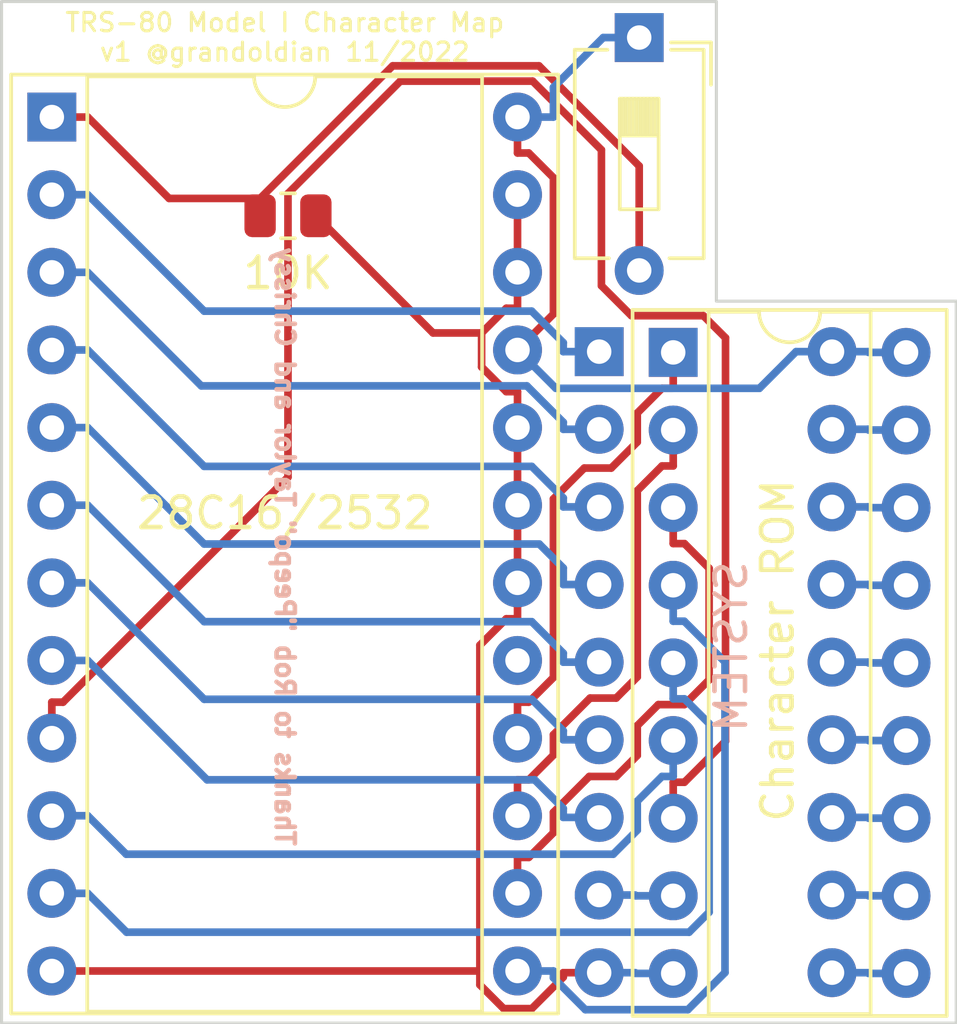
<source format=kicad_pcb>
(kicad_pcb (version 20211014) (generator pcbnew)
  (layers (0 "F.Cu" signal) (31 "B.Cu" signal) (34 "B.Paste" user) (35 "F.Paste" user) (36 "B.SilkS" user "B.Silkscreen") (37 "F.SilkS" user "F.Silkscreen") (38 "B.Mask" user) (39 "F.Mask" user) (44 "Edge.Cuts" user))
  (net 0 "")
  (net 1 "/I6")
  (net 2 "RS2")
  (net 3 "/I5")
  (net 4 "RS1")
  (net 5 "/I4")
  (net 6 "/O0")
  (net 7 "/I3")
  (net 8 "/O1")
  (net 9 "/I2")
  (net 10 "/O2")
  (net 11 "/I1")
  (net 12 "/O3")
  (net 13 "/I0")
  (net 14 "/O4")
  (net 15 "RS3")
  (net 16 "CS")
  (net 17 "GND")
  (net 18 "5V")
  (net 19 "Net-(U1-Pad13)")
  (net 20 "Net-(U1-Pad14)")
  (net 21 "Net-(U1-Pad15)")
  (net 22 "Net-(U1-Pad16)")
  (net 24 "Net-(U1-Pad9)")
  (net 25 "Net-(U1-Pad10)")
  (net 26 "Net-(U1-Pad11)")
  (net 27 "Net-(R1-Pad2)")
  (footprint "TRS80ICHARMAP:CHARPLUG" (layer "F.Cu") (at 83.693 52.197)
    (fp_text reference "J1" hide)
    (fp_text value "SYSTEM" (at 4.318 9.652 90) (layer "B.SilkS") (effects (justify mirror)))
    (pad "1" thru_hole rect (at 0 0) (size 1.6 1.6) (drill 0.8) (layers *.Cu *.Mask) (net 1 "/I6"))
    (pad "2" thru_hole oval (at 0 2.54) (size 1.6 1.6) (drill 0.8) (layers *.Cu *.Mask) (net 3 "/I5"))
    (pad "3" thru_hole oval (at 0 5.08) (size 1.6 1.6) (drill 0.8) (layers *.Cu *.Mask) (net 5 "/I4"))
    (pad "4" thru_hole oval (at 0 7.62) (size 1.6 1.6) (drill 0.8) (layers *.Cu *.Mask) (net 7 "/I3"))
    (pad "5" thru_hole oval (at 0 10.16) (size 1.6 1.6) (drill 0.8) (layers *.Cu *.Mask) (net 9 "/I2"))
    (pad "6" thru_hole oval (at 0 12.7) (size 1.6 1.6) (drill 0.8) (layers *.Cu *.Mask) (net 11 "/I1"))
    (pad "7" thru_hole oval (at 0 15.24) (size 1.6 1.6) (drill 0.8) (layers *.Cu *.Mask) (net 13 "/I0"))
    (pad "8" thru_hole oval (at 0 17.78) (size 1.6 1.6) (drill 0.8) (layers *.Cu *.Mask) (net 15 "RS3"))
    (pad "9" thru_hole oval (at 0 20.32) (size 1.6 1.6) (drill 0.8) (layers *.Cu *.Mask) (net 17 "GND"))
    (pad "10" thru_hole oval (at 7.62 20.32) (size 1.6 1.6) (drill 0.8) (layers *.Cu *.Mask) (net 2 "RS2"))
    (pad "11" thru_hole oval (at 7.62 17.78) (size 1.6 1.6) (drill 0.8) (layers *.Cu *.Mask) (net 4 "RS1"))
    (pad "12" thru_hole oval (at 7.62 15.24) (size 1.6 1.6) (drill 0.8) (layers *.Cu *.Mask) (net 6 "/O0"))
    (pad "13" thru_hole oval (at 7.62 12.7) (size 1.6 1.6) (drill 0.8) (layers *.Cu *.Mask) (net 8 "/O1"))
    (pad "14" thru_hole oval (at 7.62 10.16) (size 1.6 1.6) (drill 0.8) (layers *.Cu *.Mask) (net 10 "/O2"))
    (pad "15" thru_hole oval (at 7.62 7.62) (size 1.6 1.6) (drill 0.8) (layers *.Cu *.Mask) (net 12 "/O3"))
    (pad "16" thru_hole oval (at 7.62 5.08) (size 1.6 1.6) (drill 0.8) (layers *.Cu *.Mask) (net 14 "/O4"))
    (pad "17" thru_hole oval (at 7.62 2.54) (size 1.6 1.6) (drill 0.8) (layers *.Cu *.Mask) (net 16 "CS"))
    (pad "18" thru_hole oval (at 7.62 0) (size 1.6 1.6) (drill 0.8) (layers *.Cu *.Mask) (net 18 "5V"))
  )
  (footprint "Resistor_SMD:R_0805_2012Metric" (layer "F.Cu") (at 73.5095 47.752 180)
    (fp_text reference "R1" hide)
    (fp_text value "10K" (at 0 -1.8796) (layer "F.SilkS"))
    (fp_line (start -0.227064 -0.735) (end 0.227064 -0.735) (layer "F.SilkS") (width 0.12))
    (fp_line (start -0.227064 0.735) (end 0.227064 0.735) (layer "F.SilkS") (width 0.12))
    (pad "1" smd roundrect locked (at -0.9125 0 180) (size 1.025 1.4) (layers "F.Cu" "F.Paste" "F.Mask") (roundrect_rratio 0.243902439) (net 17 "GND"))
    (pad "2" smd roundrect locked (at 0.9125 0 180) (size 1.025 1.4) (layers "F.Cu" "F.Paste" "F.Mask") (roundrect_rratio 0.243902439) (net 27 "Net-(R1-Pad2)"))
  )
  (footprint "Button_Switch_THT:SW_DIP_SPSTx01_Slide_6.7x4.1mm_W7.62mm_P2.54mm_LowProfile" (layer "F.Cu") (at 85.003 41.92 -90)
    (fp_text reference "SW1" hide)
    (fp_text value "Map Select" hide)
    (fp_line (start 2 0.205) (end 3.206667 0.205) (layer "F.SilkS") (width 0.12))
    (fp_line (start 2 0.085) (end 3.206667 0.085) (layer "F.SilkS") (width 0.12))
    (fp_line (start 2 -0.515) (end 3.206667 -0.515) (layer "F.SilkS") (width 0.12))
    (fp_line (start 7.221 0.99) (end 7.221 2.11) (layer "F.SilkS") (width 0.12))
    (fp_line (start 0.4 2.11) (end 7.221 2.11) (layer "F.SilkS") (width 0.12))
    (fp_line (start 0.4 -2.11) (end 7.221 -2.11) (layer "F.SilkS") (width 0.12))
    (fp_line (start 2 0.325) (end 3.206667 0.325) (layer "F.SilkS") (width 0.12))
    (fp_line (start 3.206667 -0.635) (end 3.206667 0.635) (layer "F.SilkS") (width 0.12))
    (fp_line (start 7.221 -2.11) (end 7.221 -0.99) (layer "F.SilkS") (width 0.12))
    (fp_line (start 5.62 -0.635) (end 2 -0.635) (layer "F.SilkS") (width 0.12))
    (fp_line (start 0.16 -2.35) (end 0.16 -1.04) (layer "F.SilkS") (width 0.12))
    (fp_line (start 2 -0.635) (end 2 0.635) (layer "F.SilkS") (width 0.12))
    (fp_line (start 2 0.565) (end 3.206667 0.565) (layer "F.SilkS") (width 0.12))
    (fp_line (start 5.62 0.635) (end 5.62 -0.635) (layer "F.SilkS") (width 0.12))
    (fp_line (start 0.16 -2.35) (end 1.543 -2.35) (layer "F.SilkS") (width 0.12))
    (fp_line (start 2 -0.395) (end 3.206667 -0.395) (layer "F.SilkS") (width 0.12))
    (fp_line (start 2 -0.275) (end 3.206667 -0.275) (layer "F.SilkS") (width 0.12))
    (fp_line (start 2 -0.155) (end 3.206667 -0.155) (layer "F.SilkS") (width 0.12))
    (fp_line (start 2 -0.035) (end 3.206667 -0.035) (layer "F.SilkS") (width 0.12))
    (fp_line (start 2 0.445) (end 3.206667 0.445) (layer "F.SilkS") (width 0.12))
    (fp_line (start 0.4 1.04) (end 0.4 2.11) (layer "F.SilkS") (width 0.12))
    (fp_line (start 2 0.635) (end 5.62 0.635) (layer "F.SilkS") (width 0.12))
    (fp_line (start 0.4 -2.11) (end 0.4 -1.04) (layer "F.SilkS") (width 0.12))
    (pad "1" thru_hole rect locked (at 0 0 270) (size 1.6 1.6) (drill 0.8) (layers *.Cu *.Mask) (net 18 "5V"))
    (pad "2" thru_hole oval locked (at 7.62 0 270) (size 1.6 1.6) (drill 0.8) (layers *.Cu *.Mask) (net 27 "Net-(R1-Pad2)"))
  )
  (footprint "Package_DIP:DIP-24_W15.24mm_Socket" (layer "F.Cu") (at 65.781 44.522)
    (fp_text reference "U1" hide)
    (fp_text value "28C16/2532" (at 7.625 12.959) (layer "F.SilkS"))
    (fp_line (start -1.33 -1.39) (end -1.33 29.33) (layer "F.SilkS") (width 0.12))
    (fp_line (start -1.33 29.33) (end 16.57 29.33) (layer "F.SilkS") (width 0.12))
    (fp_line (start 1.16 -1.33) (end 1.16 29.27) (layer "F.SilkS") (width 0.12))
    (fp_line (start 16.57 -1.39) (end -1.33 -1.39) (layer "F.SilkS") (width 0.12))
    (fp_line (start 6.62 -1.33) (end 1.16 -1.33) (layer "F.SilkS") (width 0.12))
    (fp_line (start 16.57 29.33) (end 16.57 -1.39) (layer "F.SilkS") (width 0.12))
    (fp_line (start 14.08 -1.33) (end 8.62 -1.33) (layer "F.SilkS") (width 0.12))
    (fp_line (start 14.08 29.27) (end 14.08 -1.33) (layer "F.SilkS") (width 0.12))
    (fp_line (start 1.16 29.27) (end 14.08 29.27) (layer "F.SilkS") (width 0.12))
    (fp_arc (start 8.62 -1.33) (mid 7.62 -0.33) (end 6.62 -1.33) (layer "F.SilkS") (width 0.12))
    (pad "1" thru_hole rect locked (at 0 0) (size 1.6 1.6) (drill 0.8) (layers *.Cu *.Mask) (net 27 "Net-(R1-Pad2)"))
    (pad "2" thru_hole oval locked (at 0 2.54) (size 1.6 1.6) (drill 0.8) (layers *.Cu *.Mask) (net 1 "/I6"))
    (pad "3" thru_hole oval locked (at 0 5.08) (size 1.6 1.6) (drill 0.8) (layers *.Cu *.Mask) (net 3 "/I5"))
    (pad "4" thru_hole oval locked (at 0 7.62) (size 1.6 1.6) (drill 0.8) (layers *.Cu *.Mask) (net 5 "/I4"))
    (pad "5" thru_hole oval locked (at 0 10.16) (size 1.6 1.6) (drill 0.8) (layers *.Cu *.Mask) (net 7 "/I3"))
    (pad "6" thru_hole oval locked (at 0 12.7) (size 1.6 1.6) (drill 0.8) (layers *.Cu *.Mask) (net 9 "/I2"))
    (pad "7" thru_hole oval locked (at 0 15.24) (size 1.6 1.6) (drill 0.8) (layers *.Cu *.Mask) (net 11 "/I1"))
    (pad "8" thru_hole oval locked (at 0 17.78) (size 1.6 1.6) (drill 0.8) (layers *.Cu *.Mask) (net 13 "/I0"))
    (pad "9" thru_hole oval locked (at 0 20.32) (size 1.6 1.6) (drill 0.8) (layers *.Cu *.Mask) (net 24 "Net-(U1-Pad9)"))
    (pad "10" thru_hole oval locked (at 0 22.86) (size 1.6 1.6) (drill 0.8) (layers *.Cu *.Mask) (net 25 "Net-(U1-Pad10)"))
    (pad "11" thru_hole oval locked (at 0 25.4) (size 1.6 1.6) (drill 0.8) (layers *.Cu *.Mask) (net 26 "Net-(U1-Pad11)"))
    (pad "12" thru_hole oval locked (at 0 27.94) (size 1.6 1.6) (drill 0.8) (layers *.Cu *.Mask) (net 17 "GND"))
    (pad "13" thru_hole oval locked (at 15.24 27.94) (size 1.6 1.6) (drill 0.8) (layers *.Cu *.Mask) (net 19 "Net-(U1-Pad13)"))
    (pad "14" thru_hole oval locked (at 15.24 25.4) (size 1.6 1.6) (drill 0.8) (layers *.Cu *.Mask) (net 20 "Net-(U1-Pad14)"))
    (pad "15" thru_hole oval locked (at 15.24 22.86) (size 1.6 1.6) (drill 0.8) (layers *.Cu *.Mask) (net 21 "Net-(U1-Pad15)"))
    (pad "16" thru_hole oval locked (at 15.24 20.32) (size 1.6 1.6) (drill 0.8) (layers *.Cu *.Mask) (net 22 "Net-(U1-Pad16)"))
    (pad "17" thru_hole oval locked (at 15.24 17.78) (size 1.6 1.6) (drill 0.8) (layers *.Cu *.Mask))
    (pad "18" thru_hole oval locked (at 15.24 15.24) (size 1.6 1.6) (drill 0.8) (layers *.Cu *.Mask) (net 17 "GND"))
    (pad "19" thru_hole oval locked (at 15.24 12.7) (size 1.6 1.6) (drill 0.8) (layers *.Cu *.Mask) (net 17 "GND"))
    (pad "20" thru_hole oval locked (at 15.24 10.16) (size 1.6 1.6) (drill 0.8) (layers *.Cu *.Mask) (net 17 "GND"))
    (pad "21" thru_hole oval locked (at 15.24 7.62) (size 1.6 1.6) (drill 0.8) (layers *.Cu *.Mask) (net 18 "5V"))
    (pad "22" thru_hole oval locked (at 15.24 5.08) (size 1.6 1.6) (drill 0.8) (layers *.Cu *.Mask) (net 17 "GND"))
    (pad "23" thru_hole oval locked (at 15.24 2.54) (size 1.6 1.6) (drill 0.8) (layers *.Cu *.Mask) (net 17 "GND"))
    (pad "24" thru_hole oval locked (at 15.24 0) (size 1.6 1.6) (drill 0.8) (layers *.Cu *.Mask) (net 18 "5V"))
  )
  (footprint "Package_DIP:DIP-18_W7.62mm_Socket" (layer "F.Cu") (at 86.116 52.222)
    (fp_text reference "U2" hide)
    (fp_text value "Character ROM" (at 3.419 9.754 90) (layer "F.SilkS"))
    (fp_line (start -1.33 21.71) (end 8.95 21.71) (layer "F.SilkS") (width 0.12))
    (fp_line (start 1.16 21.65) (end 6.46 21.65) (layer "F.SilkS") (width 0.12))
    (fp_line (start 2.81 -1.33) (end 1.16 -1.33) (layer "F.SilkS") (width 0.12))
    (fp_line (start 8.95 -1.39) (end -1.33 -1.39) (layer "F.SilkS") (width 0.12))
    (fp_line (start 6.46 21.65) (end 6.46 -1.33) (layer "F.SilkS") (width 0.12))
    (fp_line (start 1.16 -1.33) (end 1.16 21.65) (layer "F.SilkS") (width 0.12))
    (fp_line (start 6.46 -1.33) (end 4.81 -1.33) (layer "F.SilkS") (width 0.12))
    (fp_line (start 8.95 21.71) (end 8.95 -1.39) (layer "F.SilkS") (width 0.12))
    (fp_line (start -1.33 -1.39) (end -1.33 21.71) (layer "F.SilkS") (width 0.12))
    (fp_arc (start 4.81 -1.33) (mid 3.81 -0.33) (end 2.81 -1.33) (layer "F.SilkS") (width 0.12))
    (pad "1" thru_hole rect locked (at 0 0) (size 1.6 1.6) (drill 0.8) (layers *.Cu *.Mask) (net 22 "Net-(U1-Pad16)"))
    (pad "2" thru_hole oval locked (at 0 2.54) (size 1.6 1.6) (drill 0.8) (layers *.Cu *.Mask) (net 21 "Net-(U1-Pad15)"))
    (pad "3" thru_hole oval locked (at 0 5.08) (size 1.6 1.6) (drill 0.8) (layers *.Cu *.Mask) (net 20 "Net-(U1-Pad14)"))
    (pad "4" thru_hole oval locked (at 0 7.62) (size 1.6 1.6) (drill 0.8) (layers *.Cu *.Mask) (net 19 "Net-(U1-Pad13)"))
    (pad "5" thru_hole oval locked (at 0 10.16) (size 1.6 1.6) (drill 0.8) (layers *.Cu *.Mask) (net 26 "Net-(U1-Pad11)"))
    (pad "6" thru_hole oval locked (at 0 12.7) (size 1.6 1.6) (drill 0.8) (layers *.Cu *.Mask) (net 25 "Net-(U1-Pad10)"))
    (pad "7" thru_hole oval locked (at 0 15.24) (size 1.6 1.6) (drill 0.8) (layers *.Cu *.Mask) (net 24 "Net-(U1-Pad9)"))
    (pad "8" thru_hole oval locked (at 0 17.78) (size 1.6 1.6) (drill 0.8) (layers *.Cu *.Mask) (net 15 "RS3"))
    (pad "9" thru_hole oval locked (at 0 20.32) (size 1.6 1.6) (drill 0.8) (layers *.Cu *.Mask) (net 17 "GND"))
    (pad "10" thru_hole oval locked (at 7.62 20.32) (size 1.6 1.6) (drill 0.8) (layers *.Cu *.Mask) (net 2 "RS2"))
    (pad "11" thru_hole oval locked (at 7.62 17.78) (size 1.6 1.6) (drill 0.8) (layers *.Cu *.Mask) (net 4 "RS1"))
    (pad "12" thru_hole oval locked (at 7.62 15.24) (size 1.6 1.6) (drill 0.8) (layers *.Cu *.Mask) (net 6 "/O0"))
    (pad "13" thru_hole oval locked (at 7.62 12.7) (size 1.6 1.6) (drill 0.8) (layers *.Cu *.Mask) (net 8 "/O1"))
    (pad "14" thru_hole oval locked (at 7.62 10.16) (size 1.6 1.6) (drill 0.8) (layers *.Cu *.Mask) (net 10 "/O2"))
    (pad "15" thru_hole oval locked (at 7.62 7.62) (size 1.6 1.6) (drill 0.8) (layers *.Cu *.Mask) (net 12 "/O3"))
    (pad "16" thru_hole oval locked (at 7.62 5.08) (size 1.6 1.6) (drill 0.8) (layers *.Cu *.Mask) (net 14 "/O4"))
    (pad "17" thru_hole oval locked (at 7.62 2.54) (size 1.6 1.6) (drill 0.8) (layers *.Cu *.Mask) (net 16 "CS"))
    (pad "18" thru_hole oval locked (at 7.62 0) (size 1.6 1.6) (drill 0.8) (layers *.Cu *.Mask) (net 18 "5V"))
  )
  (gr_poly (pts (xy 87.5284 50.546) (xy 95.377 50.546) (xy 95.377 74.168) (xy 64.135 74.168) (xy 64.135 40.7416) (xy 82.4992 40.7416) (xy 87.5284 40.7416)) (layer "Edge.Cuts") (width 0.1) (fill none))
  (gr_text "Thanks to Rob {dblquote}Peepo{dblquote} Taylor and Chrissy" (at 73.406 58.5724 270) (layer "B.SilkS") (effects (font (size 0.6 0.6)) (justify mirror)))
  (gr_text "TRS-80 Model I Character Map\nv1 @grandoldian 11/2022" (at 73.406 41.91) (layer "F.SilkS") (effects (font (size 0.6 0.6) (thickness 0.1))))
  (segment (start 81.4864 50.872) (end 70.7665 50.872) (width 0.25) (layer "B.Cu") (net 1))
  (segment (start 65.781 47.062) (end 66.9565 47.062) (width 0.25) (layer "B.Cu") (net 1))
  (segment (start 82.5175 52.197) (end 82.5175 51.9031) (width 0.25) (layer "B.Cu") (net 1))
  (segment (start 82.5175 51.9031) (end 81.4864 50.872) (width 0.25) (layer "B.Cu") (net 1))
  (segment (start 70.7665 50.872) (end 66.9565 47.062) (width 0.25) (layer "B.Cu") (net 1))
  (segment (start 83.693 52.197) (end 82.5175 52.197) (width 0.25) (layer "B.Cu") (net 1))
  (segment (start 92.5135 72.542) (end 92.4885 72.517) (width 0.25) (layer "B.Cu") (net 2))
  (segment (start 93.736 72.542) (end 92.5135 72.542) (width 0.25) (layer "B.Cu") (net 2))
  (segment (start 91.313 72.517) (end 92.4885 72.517) (width 0.25) (layer "B.Cu") (net 2))
  (segment (start 82.5175 54.5076) (end 82.5175 54.737) (width 0.25) (layer "B.Cu") (net 3))
  (segment (start 81.3275 53.3176) (end 82.5175 54.5076) (width 0.25) (layer "B.Cu") (net 3))
  (segment (start 83.693 54.737) (end 82.5175 54.737) (width 0.25) (layer "B.Cu") (net 3))
  (segment (start 65.781 49.602) (end 66.9565 49.602) (width 0.25) (layer "B.Cu") (net 3))
  (segment (start 66.9565 49.602) (end 70.6721 53.3176) (width 0.25) (layer "B.Cu") (net 3))
  (segment (start 70.6721 53.3176) (end 81.3275 53.3176) (width 0.25) (layer "B.Cu") (net 3))
  (segment (start 92.5135 70.002) (end 92.4885 69.977) (width 0.25) (layer "B.Cu") (net 4))
  (segment (start 93.736 70.002) (end 92.5135 70.002) (width 0.25) (layer "B.Cu") (net 4))
  (segment (start 91.313 69.977) (end 92.4885 69.977) (width 0.25) (layer "B.Cu") (net 4))
  (segment (start 82.5175 57.277) (end 82.5175 56.9831) (width 0.25) (layer "B.Cu") (net 5))
  (segment (start 82.5175 56.9831) (end 81.4864 55.952) (width 0.25) (layer "B.Cu") (net 5))
  (segment (start 81.4864 55.952) (end 70.7665 55.952) (width 0.25) (layer "B.Cu") (net 5))
  (segment (start 70.7665 55.952) (end 66.9565 52.142) (width 0.25) (layer "B.Cu") (net 5))
  (segment (start 83.693 57.277) (end 82.5175 57.277) (width 0.25) (layer "B.Cu") (net 5))
  (segment (start 65.781 52.142) (end 66.9565 52.142) (width 0.25) (layer "B.Cu") (net 5))
  (segment (start 92.5135 67.462) (end 92.4885 67.437) (width 0.25) (layer "B.Cu") (net 6))
  (segment (start 91.313 67.437) (end 92.4885 67.437) (width 0.25) (layer "B.Cu") (net 6))
  (segment (start 93.736 67.462) (end 92.5135 67.462) (width 0.25) (layer "B.Cu") (net 6))
  (segment (start 70.7665 58.492) (end 81.733 58.492) (width 0.25) (layer "B.Cu") (net 7))
  (segment (start 65.781 54.682) (end 66.9565 54.682) (width 0.25) (layer "B.Cu") (net 7))
  (segment (start 66.9565 54.682) (end 70.7665 58.492) (width 0.25) (layer "B.Cu") (net 7))
  (segment (start 82.5175 59.817) (end 83.693 59.817) (width 0.25) (layer "B.Cu") (net 7))
  (segment (start 82.5175 59.2765) (end 82.5175 59.817) (width 0.25) (layer "B.Cu") (net 7))
  (segment (start 81.733 58.492) (end 82.5175 59.2765) (width 0.25) (layer "B.Cu") (net 7))
  (segment (start 92.5135 64.922) (end 92.4885 64.897) (width 0.25) (layer "B.Cu") (net 8))
  (segment (start 93.736 64.922) (end 92.5135 64.922) (width 0.25) (layer "B.Cu") (net 8))
  (segment (start 91.313 64.897) (end 92.4885 64.897) (width 0.25) (layer "B.Cu") (net 8))
  (segment (start 82.5175 62.0631) (end 82.5175 62.357) (width 0.25) (layer "B.Cu") (net 9))
  (segment (start 83.693 62.357) (end 82.5175 62.357) (width 0.25) (layer "B.Cu") (net 9))
  (segment (start 66.9565 57.222) (end 70.7665 61.032) (width 0.25) (layer "B.Cu") (net 9))
  (segment (start 70.7665 61.032) (end 81.4864 61.032) (width 0.25) (layer "B.Cu") (net 9))
  (segment (start 65.781 57.222) (end 66.9565 57.222) (width 0.25) (layer "B.Cu") (net 9))
  (segment (start 81.4864 61.032) (end 82.5175 62.0631) (width 0.25) (layer "B.Cu") (net 9))
  (segment (start 93.736 62.382) (end 92.5135 62.382) (width 0.25) (layer "B.Cu") (net 10))
  (segment (start 92.5135 62.382) (end 92.4885 62.357) (width 0.25) (layer "B.Cu") (net 10))
  (segment (start 91.313 62.357) (end 92.4885 62.357) (width 0.25) (layer "B.Cu") (net 10))
  (segment (start 83.693 64.897) (end 82.5175 64.897) (width 0.25) (layer "B.Cu") (net 11))
  (segment (start 70.7665 63.572) (end 66.9565 59.762) (width 0.25) (layer "B.Cu") (net 11))
  (segment (start 65.781 59.762) (end 66.9565 59.762) (width 0.25) (layer "B.Cu") (net 11))
  (segment (start 82.5175 64.6031) (end 81.4864 63.572) (width 0.25) (layer "B.Cu") (net 11))
  (segment (start 81.4864 63.572) (end 70.7665 63.572) (width 0.25) (layer "B.Cu") (net 11))
  (segment (start 82.5175 64.897) (end 82.5175 64.6031) (width 0.25) (layer "B.Cu") (net 11))
  (segment (start 91.313 59.817) (end 92.4885 59.817) (width 0.25) (layer "B.Cu") (net 12))
  (segment (start 93.736 59.842) (end 92.5135 59.842) (width 0.25) (layer "B.Cu") (net 12))
  (segment (start 92.5135 59.842) (end 92.4885 59.817) (width 0.25) (layer "B.Cu") (net 12))
  (segment (start 83.693 67.437) (end 82.5175 67.437) (width 0.25) (layer "B.Cu") (net 13))
  (segment (start 65.781 62.302) (end 66.9565 62.302) (width 0.25) (layer "B.Cu") (net 13))
  (segment (start 70.861 66.2065) (end 81.5809 66.2065) (width 0.25) (layer "B.Cu") (net 13))
  (segment (start 66.9565 62.302) (end 70.861 66.2065) (width 0.25) (layer "B.Cu") (net 13))
  (segment (start 82.5175 67.1431) (end 82.5175 67.437) (width 0.25) (layer "B.Cu") (net 13))
  (segment (start 81.5809 66.2065) (end 82.5175 67.1431) (width 0.25) (layer "B.Cu") (net 13))
  (segment (start 92.5135 57.302) (end 92.4885 57.277) (width 0.25) (layer "B.Cu") (net 14))
  (segment (start 93.736 57.302) (end 92.5135 57.302) (width 0.25) (layer "B.Cu") (net 14))
  (segment (start 91.313 57.277) (end 92.4885 57.277) (width 0.25) (layer "B.Cu") (net 14))
  (segment (start 84.8935 70.002) (end 84.8685 69.977) (width 0.25) (layer "B.Cu") (net 15))
  (segment (start 83.693 69.977) (end 84.8685 69.977) (width 0.25) (layer "B.Cu") (net 15))
  (segment (start 86.116 70.002) (end 84.8935 70.002) (width 0.25) (layer "B.Cu") (net 15))
  (segment (start 93.736 54.762) (end 92.5135 54.762) (width 0.25) (layer "B.Cu") (net 16))
  (segment (start 91.313 54.737) (end 92.4885 54.737) (width 0.25) (layer "B.Cu") (net 16))
  (segment (start 92.5135 54.762) (end 92.4885 54.737) (width 0.25) (layer "B.Cu") (net 16))
  (segment (start 81.021 49.602) (end 81.021 50.7775) (width 0.25) (layer "F.Cu") (net 17))
  (segment (start 79.7895 72.462) (end 79.7895 72.9152) (width 0.25) (layer "F.Cu") (net 17))
  (segment (start 81.021 54.682) (end 81.021 57.222) (width 0.25) (layer "F.Cu") (net 17))
  (segment (start 79.8455 51.5856) (end 78.2556 51.5856) (width 0.25) (layer "F.Cu") (net 17))
  (segment (start 81.021 57.222) (end 81.021 59.762) (width 0.25) (layer "F.Cu") (net 17))
  (segment (start 80.6536 53.5065) (end 79.8455 52.6984) (width 0.25) (layer "F.Cu") (net 17))
  (segment (start 81.021 59.762) (end 81.021 60.9375) (width 0.25) (layer "F.Cu") (net 17))
  (segment (start 81.4891 73.6925) (end 82.5175 72.6641) (width 0.25) (layer "F.Cu") (net 17))
  (segment (start 81.021 53.5065) (end 80.6536 53.5065) (width 0.25) (layer "F.Cu") (net 17))
  (segment (start 79.7895 72.462) (end 66.9565 72.462) (width 0.25) (layer "F.Cu") (net 17))
  (segment (start 80.6536 50.7775) (end 81.021 50.7775) (width 0.25) (layer "F.Cu") (net 17))
  (segment (start 80.5668 73.6925) (end 81.4891 73.6925) (width 0.25) (layer "F.Cu") (net 17))
  (segment (start 79.8455 52.6984) (end 79.8455 51.5856) (width 0.25) (layer "F.Cu") (net 17))
  (segment (start 82.5175 72.6641) (end 82.5175 72.517) (width 0.25) (layer "F.Cu") (net 17))
  (segment (start 81.021 54.682) (end 81.021 53.5065) (width 0.25) (layer "F.Cu") (net 17))
  (segment (start 81.021 47.062) (end 81.021 49.602) (width 0.25) (layer "F.Cu") (net 17))
  (segment (start 83.693 72.517) (end 82.5175 72.517) (width 0.25) (layer "F.Cu") (net 17))
  (segment (start 78.2556 51.5856) (end 74.422 47.752) (width 0.25) (layer "F.Cu") (net 17))
  (segment (start 79.7895 72.9152) (end 80.5668 73.6925) (width 0.25) (layer "F.Cu") (net 17))
  (segment (start 80.6537 60.9375) (end 79.7895 61.8017) (width 0.25) (layer "F.Cu") (net 17))
  (segment (start 79.8455 51.5856) (end 80.6536 50.7775) (width 0.25) (layer "F.Cu") (net 17))
  (segment (start 81.021 60.9375) (end 80.6537 60.9375) (width 0.25) (layer "F.Cu") (net 17))
  (segment (start 65.781 72.462) (end 66.9565 72.462) (width 0.25) (layer "F.Cu") (net 17))
  (segment (start 79.7895 61.8017) (end 79.7895 72.462) (width 0.25) (layer "F.Cu") (net 17))
  (segment (start 84.8935 72.542) (end 84.8685 72.517) (width 0.25) (layer "B.Cu") (net 17))
  (segment (start 86.116 72.542) (end 84.8935 72.542) (width 0.25) (layer "B.Cu") (net 17))
  (segment (start 83.693 72.517) (end 84.8685 72.517) (width 0.25) (layer "B.Cu") (net 17))
  (segment (start 82.1965 50.9665) (end 82.1965 46.5056) (width 0.25) (layer "F.Cu") (net 18))
  (segment (start 81.021 52.142) (end 82.1965 50.9665) (width 0.25) (layer "F.Cu") (net 18))
  (segment (start 82.1965 46.5056) (end 81.3884 45.6975) (width 0.25) (layer "F.Cu") (net 18))
  (segment (start 81.021 44.522) (end 81.021 45.6975) (width 0.25) (layer "F.Cu") (net 18))
  (segment (start 81.3884 45.6975) (end 81.021 45.6975) (width 0.25) (layer "F.Cu") (net 18))
  (segment (start 81.021 52.142) (end 82.2766 53.3976) (width 0.25) (layer "B.Cu") (net 18))
  (segment (start 85.003 41.92) (end 83.8275 41.92) (width 0.25) (layer "B.Cu") (net 18))
  (segment (start 91.313 52.197) (end 90.1375 52.197) (width 0.25) (layer "B.Cu") (net 18))
  (segment (start 92.5135 52.222) (end 92.4885 52.197) (width 0.25) (layer "B.Cu") (net 18))
  (segment (start 88.9369 53.3976) (end 90.1375 52.197) (width 0.25) (layer "B.Cu") (net 18))
  (segment (start 82.1965 44.522) (end 82.1965 43.551) (width 0.25) (layer "B.Cu") (net 18))
  (segment (start 91.313 52.197) (end 92.4885 52.197) (width 0.25) (layer "B.Cu") (net 18))
  (segment (start 82.1965 43.551) (end 83.8275 41.92) (width 0.25) (layer "B.Cu") (net 18))
  (segment (start 93.736 52.222) (end 92.5135 52.222) (width 0.25) (layer "B.Cu") (net 18))
  (segment (start 82.2766 53.3976) (end 88.9369 53.3976) (width 0.25) (layer "B.Cu") (net 18))
  (segment (start 81.021 44.522) (end 82.1965 44.522) (width 0.25) (layer "B.Cu") (net 18))
  (segment (start 86.5966 73.7277) (end 87.8104 72.5139) (width 0.25) (layer "B.Cu") (net 19))
  (segment (start 86.4766 61.0175) (end 86.116 61.0175) (width 0.25) (layer "B.Cu") (net 19))
  (segment (start 87.8104 72.5139) (end 87.8104 62.3513) (width 0.25) (layer "B.Cu") (net 19))
  (segment (start 82.1965 72.6834) (end 83.2408 73.7277) (width 0.25) (layer "B.Cu") (net 19))
  (segment (start 86.116 59.842) (end 86.116 61.0175) (width 0.25) (layer "B.Cu") (net 19))
  (segment (start 82.1965 72.462) (end 82.1965 72.6834) (width 0.25) (layer "B.Cu") (net 19))
  (segment (start 87.8104 62.3513) (end 86.4766 61.0175) (width 0.25) (layer "B.Cu") (net 19))
  (segment (start 81.021 72.462) (end 82.1965 72.462) (width 0.25) (layer "B.Cu") (net 19))
  (segment (start 83.2408 73.7277) (end 86.5966 73.7277) (width 0.25) (layer "B.Cu") (net 19))
  (segment (start 87.2915 59.2856) (end 87.2915 62.9364) (width 0.25) (layer "F.Cu") (net 20))
  (segment (start 84.9405 65.4093) (end 84.2523 66.0975) (width 0.25) (layer "F.Cu") (net 20))
  (segment (start 84.2523 66.0975) (end 83.3699 66.0975) (width 0.25) (layer "F.Cu") (net 20))
  (segment (start 85.629 63.7465) (end 84.9405 64.435) (width 0.25) (layer "F.Cu") (net 20))
  (segment (start 87.2915 62.9364) (end 86.4814 63.7465) (width 0.25) (layer "F.Cu") (net 20))
  (segment (start 82.1965 67.2709) (end 82.1965 67.9384) (width 0.25) (layer "F.Cu") (net 20))
  (segment (start 86.4834 58.4775) (end 87.2915 59.2856) (width 0.25) (layer "F.Cu") (net 20))
  (segment (start 81.021 69.922) (end 81.021 68.7465) (width 0.25) (layer "F.Cu") (net 20))
  (segment (start 86.116 57.302) (end 86.116 58.4775) (width 0.25) (layer "F.Cu") (net 20))
  (segment (start 82.1965 67.9384) (end 81.3884 68.7465) (width 0.25) (layer "F.Cu") (net 20))
  (segment (start 84.9405 64.435) (end 84.9405 65.4093) (width 0.25) (layer "F.Cu") (net 20))
  (segment (start 81.3884 68.7465) (end 81.021 68.7465) (width 0.25) (layer "F.Cu") (net 20))
  (segment (start 86.116 58.4775) (end 86.4834 58.4775) (width 0.25) (layer "F.Cu") (net 20))
  (segment (start 86.4814 63.7465) (end 85.629 63.7465) (width 0.25) (layer "F.Cu") (net 20))
  (segment (start 83.3699 66.0975) (end 82.1965 67.2709) (width 0.25) (layer "F.Cu") (net 20))
  (segment (start 86.116 54.762) (end 86.116 55.9375) (width 0.25) (layer "F.Cu") (net 21))
  (segment (start 82.1965 65.3984) (end 81.3884 66.2065) (width 0.25) (layer "F.Cu") (net 21))
  (segment (start 85.7486 55.9375) (end 84.9405 56.7456) (width 0.25) (layer "F.Cu") (net 21))
  (segment (start 84.9405 62.8411) (end 84.249 63.5326) (width 0.25) (layer "F.Cu") (net 21))
  (segment (start 81.021 67.382) (end 81.021 66.2065) (width 0.25) (layer "F.Cu") (net 21))
  (segment (start 83.3948 63.5326) (end 82.1965 64.7309) (width 0.25) (layer "F.Cu") (net 21))
  (segment (start 82.1965 64.7309) (end 82.1965 65.3984) (width 0.25) (layer "F.Cu") (net 21))
  (segment (start 86.116 55.9375) (end 85.7486 55.9375) (width 0.25) (layer "F.Cu") (net 21))
  (segment (start 84.9405 56.7456) (end 84.9405 62.8411) (width 0.25) (layer "F.Cu") (net 21))
  (segment (start 84.249 63.5326) (end 83.3948 63.5326) (width 0.25) (layer "F.Cu") (net 21))
  (segment (start 81.3884 66.2065) (end 81.021 66.2065) (width 0.25) (layer "F.Cu") (net 21))
  (segment (start 84.9405 55.1538) (end 84.0873 56.007) (width 0.25) (layer "F.Cu") (net 22))
  (segment (start 83.2042 56.007) (end 82.1965 57.0147) (width 0.25) (layer "F.Cu") (net 22))
  (segment (start 81.021 64.842) (end 81.021 63.6665) (width 0.25) (layer "F.Cu") (net 22))
  (segment (start 86.116 52.222) (end 86.116 53.3975) (width 0.25) (layer "F.Cu") (net 22))
  (segment (start 82.1965 57.0147) (end 82.1965 62.8584) (width 0.25) (layer "F.Cu") (net 22))
  (segment (start 85.7486 53.3975) (end 84.9405 54.2056) (width 0.25) (layer "F.Cu") (net 22))
  (segment (start 84.9405 54.2056) (end 84.9405 55.1538) (width 0.25) (layer "F.Cu") (net 22))
  (segment (start 86.116 53.3975) (end 85.7486 53.3975) (width 0.25) (layer "F.Cu") (net 22))
  (segment (start 84.0873 56.007) (end 83.2042 56.007) (width 0.25) (layer "F.Cu") (net 22))
  (segment (start 82.1965 62.8584) (end 81.3884 63.6665) (width 0.25) (layer "F.Cu") (net 22))
  (segment (start 81.3884 63.6665) (end 81.021 63.6665) (width 0.25) (layer "F.Cu") (net 22))
  (segment (start 87.1035 51.0214) (end 87.8278 51.7457) (width 0.25) (layer "F.Cu") (net 24))
  (segment (start 86.4833 66.2865) (end 86.116 66.2865) (width 0.25) (layer "F.Cu") (net 24))
  (segment (start 83.7668 50.0395) (end 84.7487 51.0214) (width 0.25) (layer "F.Cu") (net 24))
  (segment (start 87.8278 51.7457) (end 87.8278 64.942) (width 0.25) (layer "F.Cu") (net 24))
  (segment (start 86.116 67.462) (end 86.116 66.2865) (width 0.25) (layer "F.Cu") (net 24))
  (segment (start 66.1483 63.6665) (end 73.5095 56.3053) (width 0.25) (layer "F.Cu") (net 24))
  (segment (start 65.781 64.842) (end 65.781 63.6665) (width 0.25) (layer "F.Cu") (net 24))
  (segment (start 73.5095 56.3053) (end 73.5095 47.0229) (width 0.25) (layer "F.Cu") (net 24))
  (segment (start 81.517 43.3464) (end 83.7668 45.5962) (width 0.25) (layer "F.Cu") (net 24))
  (segment (start 73.5095 47.0229) (end 77.186 43.3464) (width 0.25) (layer "F.Cu") (net 24))
  (segment (start 87.8278 64.942) (end 86.4833 66.2865) (width 0.25) (layer "F.Cu") (net 24))
  (segment (start 83.7668 45.5962) (end 83.7668 50.0395) (width 0.25) (layer "F.Cu") (net 24))
  (segment (start 84.7487 51.0214) (end 87.1035 51.0214) (width 0.25) (layer "F.Cu") (net 24))
  (segment (start 65.781 63.6665) (end 66.1483 63.6665) (width 0.25) (layer "F.Cu") (net 24))
  (segment (start 77.186 43.3464) (end 81.517 43.3464) (width 0.25) (layer "F.Cu") (net 24))
  (segment (start 85.7486 66.0975) (end 84.9405 66.9056) (width 0.25) (layer "B.Cu") (net 25))
  (segment (start 86.116 64.922) (end 86.116 66.0975) (width 0.25) (layer "B.Cu") (net 25))
  (segment (start 86.116 66.0975) (end 85.7486 66.0975) (width 0.25) (layer "B.Cu") (net 25))
  (segment (start 84.9405 66.9056) (end 84.9405 67.855) (width 0.25) (layer "B.Cu") (net 25))
  (segment (start 84.9405 67.855) (end 84.1545 68.641) (width 0.25) (layer "B.Cu") (net 25))
  (segment (start 68.2155 68.641) (end 66.9565 67.382) (width 0.25) (layer "B.Cu") (net 25))
  (segment (start 65.781 67.382) (end 66.9565 67.382) (width 0.25) (layer "B.Cu") (net 25))
  (segment (start 84.1545 68.641) (end 68.2155 68.641) (width 0.25) (layer "B.Cu") (net 25))
  (segment (start 87.2924 64.3666) (end 87.2924 70.5366) (width 0.25) (layer "B.Cu") (net 26))
  (segment (start 65.781 69.922) (end 66.9565 69.922) (width 0.25) (layer "B.Cu") (net 26))
  (segment (start 68.2272 71.1927) (end 66.9565 69.922) (width 0.25) (layer "B.Cu") (net 26))
  (segment (start 87.2924 70.5366) (end 86.6363 71.1927) (width 0.25) (layer "B.Cu") (net 26))
  (segment (start 86.116 62.382) (end 86.116 63.5575) (width 0.25) (layer "B.Cu") (net 26))
  (segment (start 86.6363 71.1927) (end 68.2272 71.1927) (width 0.25) (layer "B.Cu") (net 26))
  (segment (start 86.4833 63.5575) (end 87.2924 64.3666) (width 0.25) (layer "B.Cu") (net 26))
  (segment (start 86.116 63.5575) (end 86.4833 63.5575) (width 0.25) (layer "B.Cu") (net 26))
  (segment (start 69.6189 47.1844) (end 72.597 47.1844) (width 0.25) (layer "F.Cu") (net 27))
  (segment (start 65.781 44.522) (end 66.9565 44.522) (width 0.25) (layer "F.Cu") (net 27))
  (segment (start 72.597 47.752) (end 72.597 47.1844) (width 0.25) (layer "F.Cu") (net 27))
  (segment (start 85.003 46.1244) (end 85.003 49.54) (width 0.25) (layer "F.Cu") (net 27))
  (segment (start 72.597 47.1844) (end 76.9357 42.8457) (width 0.25) (layer "F.Cu") (net 27))
  (segment (start 66.9565 44.522) (end 69.6189 47.1844) (width 0.25) (layer "F.Cu") (net 27))
  (segment (start 81.7243 42.8457) (end 85.003 46.1244) (width 0.25) (layer "F.Cu") (net 27))
  (segment (start 76.9357 42.8457) (end 81.7243 42.8457) (width 0.25) (layer "F.Cu") (net 27))
)
</source>
